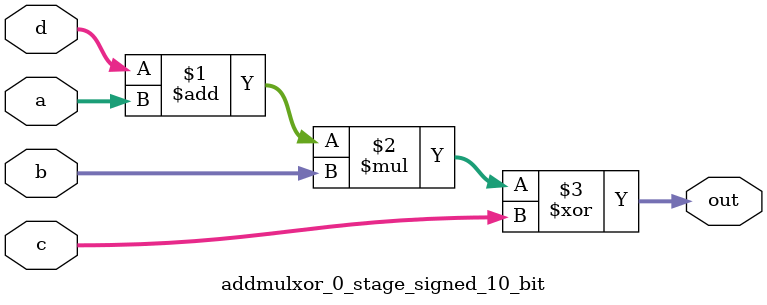
<source format=sv>
(* use_dsp = "yes" *) module addmulxor_0_stage_signed_10_bit(
	input signed [9:0] a,
	input signed [9:0] b,
	input signed [9:0] c,
	input signed [9:0] d,
	output [9:0] out
	);

	assign out = ((d + a) * b) ^ c;
endmodule

</source>
